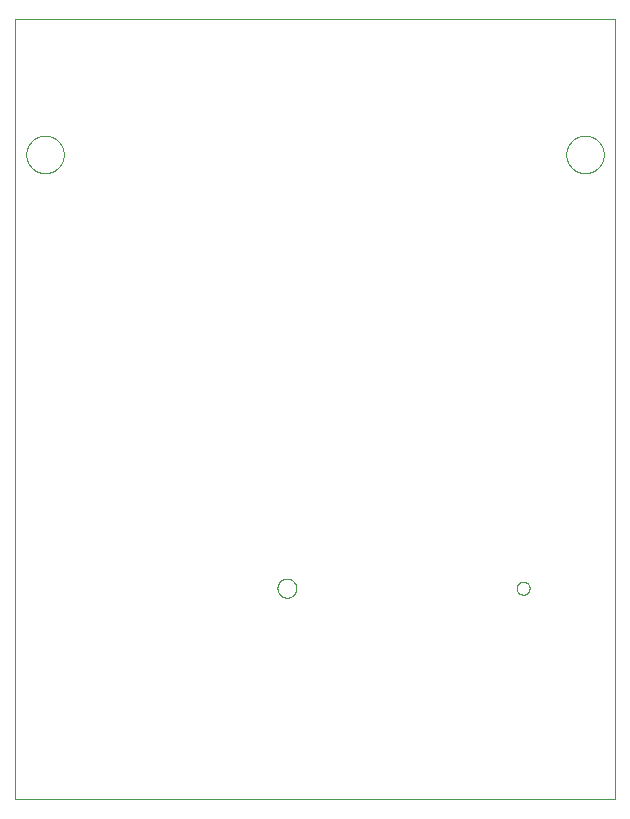
<source format=gbr>
G04 EAGLE Gerber RS-274X export*
G75*
%MOMM*%
%FSLAX34Y34*%
%LPD*%
%IN*%
%IPPOS*%
%AMOC8*
5,1,8,0,0,1.08239X$1,22.5*%
G01*
%ADD10C,0.000000*%


D10*
X25400Y660400D02*
X533400Y660400D01*
X533400Y436880D01*
X533370Y-50D01*
X25400Y0D01*
X25400Y660400D01*
X34925Y546100D02*
X34930Y546490D01*
X34944Y546879D01*
X34968Y547268D01*
X35001Y547656D01*
X35044Y548043D01*
X35097Y548429D01*
X35159Y548814D01*
X35230Y549197D01*
X35311Y549578D01*
X35401Y549957D01*
X35500Y550334D01*
X35609Y550708D01*
X35726Y551080D01*
X35853Y551448D01*
X35989Y551813D01*
X36133Y552175D01*
X36287Y552533D01*
X36449Y552887D01*
X36620Y553238D01*
X36799Y553583D01*
X36987Y553925D01*
X37184Y554261D01*
X37388Y554593D01*
X37600Y554920D01*
X37821Y555241D01*
X38049Y555557D01*
X38285Y555867D01*
X38528Y556171D01*
X38779Y556469D01*
X39037Y556761D01*
X39303Y557046D01*
X39575Y557325D01*
X39854Y557597D01*
X40139Y557863D01*
X40431Y558121D01*
X40729Y558372D01*
X41033Y558615D01*
X41343Y558851D01*
X41659Y559079D01*
X41980Y559300D01*
X42307Y559512D01*
X42639Y559716D01*
X42975Y559913D01*
X43317Y560101D01*
X43662Y560280D01*
X44013Y560451D01*
X44367Y560613D01*
X44725Y560767D01*
X45087Y560911D01*
X45452Y561047D01*
X45820Y561174D01*
X46192Y561291D01*
X46566Y561400D01*
X46943Y561499D01*
X47322Y561589D01*
X47703Y561670D01*
X48086Y561741D01*
X48471Y561803D01*
X48857Y561856D01*
X49244Y561899D01*
X49632Y561932D01*
X50021Y561956D01*
X50410Y561970D01*
X50800Y561975D01*
X51190Y561970D01*
X51579Y561956D01*
X51968Y561932D01*
X52356Y561899D01*
X52743Y561856D01*
X53129Y561803D01*
X53514Y561741D01*
X53897Y561670D01*
X54278Y561589D01*
X54657Y561499D01*
X55034Y561400D01*
X55408Y561291D01*
X55780Y561174D01*
X56148Y561047D01*
X56513Y560911D01*
X56875Y560767D01*
X57233Y560613D01*
X57587Y560451D01*
X57938Y560280D01*
X58283Y560101D01*
X58625Y559913D01*
X58961Y559716D01*
X59293Y559512D01*
X59620Y559300D01*
X59941Y559079D01*
X60257Y558851D01*
X60567Y558615D01*
X60871Y558372D01*
X61169Y558121D01*
X61461Y557863D01*
X61746Y557597D01*
X62025Y557325D01*
X62297Y557046D01*
X62563Y556761D01*
X62821Y556469D01*
X63072Y556171D01*
X63315Y555867D01*
X63551Y555557D01*
X63779Y555241D01*
X64000Y554920D01*
X64212Y554593D01*
X64416Y554261D01*
X64613Y553925D01*
X64801Y553583D01*
X64980Y553238D01*
X65151Y552887D01*
X65313Y552533D01*
X65467Y552175D01*
X65611Y551813D01*
X65747Y551448D01*
X65874Y551080D01*
X65991Y550708D01*
X66100Y550334D01*
X66199Y549957D01*
X66289Y549578D01*
X66370Y549197D01*
X66441Y548814D01*
X66503Y548429D01*
X66556Y548043D01*
X66599Y547656D01*
X66632Y547268D01*
X66656Y546879D01*
X66670Y546490D01*
X66675Y546100D01*
X66670Y545710D01*
X66656Y545321D01*
X66632Y544932D01*
X66599Y544544D01*
X66556Y544157D01*
X66503Y543771D01*
X66441Y543386D01*
X66370Y543003D01*
X66289Y542622D01*
X66199Y542243D01*
X66100Y541866D01*
X65991Y541492D01*
X65874Y541120D01*
X65747Y540752D01*
X65611Y540387D01*
X65467Y540025D01*
X65313Y539667D01*
X65151Y539313D01*
X64980Y538962D01*
X64801Y538617D01*
X64613Y538275D01*
X64416Y537939D01*
X64212Y537607D01*
X64000Y537280D01*
X63779Y536959D01*
X63551Y536643D01*
X63315Y536333D01*
X63072Y536029D01*
X62821Y535731D01*
X62563Y535439D01*
X62297Y535154D01*
X62025Y534875D01*
X61746Y534603D01*
X61461Y534337D01*
X61169Y534079D01*
X60871Y533828D01*
X60567Y533585D01*
X60257Y533349D01*
X59941Y533121D01*
X59620Y532900D01*
X59293Y532688D01*
X58961Y532484D01*
X58625Y532287D01*
X58283Y532099D01*
X57938Y531920D01*
X57587Y531749D01*
X57233Y531587D01*
X56875Y531433D01*
X56513Y531289D01*
X56148Y531153D01*
X55780Y531026D01*
X55408Y530909D01*
X55034Y530800D01*
X54657Y530701D01*
X54278Y530611D01*
X53897Y530530D01*
X53514Y530459D01*
X53129Y530397D01*
X52743Y530344D01*
X52356Y530301D01*
X51968Y530268D01*
X51579Y530244D01*
X51190Y530230D01*
X50800Y530225D01*
X50410Y530230D01*
X50021Y530244D01*
X49632Y530268D01*
X49244Y530301D01*
X48857Y530344D01*
X48471Y530397D01*
X48086Y530459D01*
X47703Y530530D01*
X47322Y530611D01*
X46943Y530701D01*
X46566Y530800D01*
X46192Y530909D01*
X45820Y531026D01*
X45452Y531153D01*
X45087Y531289D01*
X44725Y531433D01*
X44367Y531587D01*
X44013Y531749D01*
X43662Y531920D01*
X43317Y532099D01*
X42975Y532287D01*
X42639Y532484D01*
X42307Y532688D01*
X41980Y532900D01*
X41659Y533121D01*
X41343Y533349D01*
X41033Y533585D01*
X40729Y533828D01*
X40431Y534079D01*
X40139Y534337D01*
X39854Y534603D01*
X39575Y534875D01*
X39303Y535154D01*
X39037Y535439D01*
X38779Y535731D01*
X38528Y536029D01*
X38285Y536333D01*
X38049Y536643D01*
X37821Y536959D01*
X37600Y537280D01*
X37388Y537607D01*
X37184Y537939D01*
X36987Y538275D01*
X36799Y538617D01*
X36620Y538962D01*
X36449Y539313D01*
X36287Y539667D01*
X36133Y540025D01*
X35989Y540387D01*
X35853Y540752D01*
X35726Y541120D01*
X35609Y541492D01*
X35500Y541866D01*
X35401Y542243D01*
X35311Y542622D01*
X35230Y543003D01*
X35159Y543386D01*
X35097Y543771D01*
X35044Y544157D01*
X35001Y544544D01*
X34968Y544932D01*
X34944Y545321D01*
X34930Y545710D01*
X34925Y546100D01*
X492125Y546100D02*
X492130Y546490D01*
X492144Y546879D01*
X492168Y547268D01*
X492201Y547656D01*
X492244Y548043D01*
X492297Y548429D01*
X492359Y548814D01*
X492430Y549197D01*
X492511Y549578D01*
X492601Y549957D01*
X492700Y550334D01*
X492809Y550708D01*
X492926Y551080D01*
X493053Y551448D01*
X493189Y551813D01*
X493333Y552175D01*
X493487Y552533D01*
X493649Y552887D01*
X493820Y553238D01*
X493999Y553583D01*
X494187Y553925D01*
X494384Y554261D01*
X494588Y554593D01*
X494800Y554920D01*
X495021Y555241D01*
X495249Y555557D01*
X495485Y555867D01*
X495728Y556171D01*
X495979Y556469D01*
X496237Y556761D01*
X496503Y557046D01*
X496775Y557325D01*
X497054Y557597D01*
X497339Y557863D01*
X497631Y558121D01*
X497929Y558372D01*
X498233Y558615D01*
X498543Y558851D01*
X498859Y559079D01*
X499180Y559300D01*
X499507Y559512D01*
X499839Y559716D01*
X500175Y559913D01*
X500517Y560101D01*
X500862Y560280D01*
X501213Y560451D01*
X501567Y560613D01*
X501925Y560767D01*
X502287Y560911D01*
X502652Y561047D01*
X503020Y561174D01*
X503392Y561291D01*
X503766Y561400D01*
X504143Y561499D01*
X504522Y561589D01*
X504903Y561670D01*
X505286Y561741D01*
X505671Y561803D01*
X506057Y561856D01*
X506444Y561899D01*
X506832Y561932D01*
X507221Y561956D01*
X507610Y561970D01*
X508000Y561975D01*
X508390Y561970D01*
X508779Y561956D01*
X509168Y561932D01*
X509556Y561899D01*
X509943Y561856D01*
X510329Y561803D01*
X510714Y561741D01*
X511097Y561670D01*
X511478Y561589D01*
X511857Y561499D01*
X512234Y561400D01*
X512608Y561291D01*
X512980Y561174D01*
X513348Y561047D01*
X513713Y560911D01*
X514075Y560767D01*
X514433Y560613D01*
X514787Y560451D01*
X515138Y560280D01*
X515483Y560101D01*
X515825Y559913D01*
X516161Y559716D01*
X516493Y559512D01*
X516820Y559300D01*
X517141Y559079D01*
X517457Y558851D01*
X517767Y558615D01*
X518071Y558372D01*
X518369Y558121D01*
X518661Y557863D01*
X518946Y557597D01*
X519225Y557325D01*
X519497Y557046D01*
X519763Y556761D01*
X520021Y556469D01*
X520272Y556171D01*
X520515Y555867D01*
X520751Y555557D01*
X520979Y555241D01*
X521200Y554920D01*
X521412Y554593D01*
X521616Y554261D01*
X521813Y553925D01*
X522001Y553583D01*
X522180Y553238D01*
X522351Y552887D01*
X522513Y552533D01*
X522667Y552175D01*
X522811Y551813D01*
X522947Y551448D01*
X523074Y551080D01*
X523191Y550708D01*
X523300Y550334D01*
X523399Y549957D01*
X523489Y549578D01*
X523570Y549197D01*
X523641Y548814D01*
X523703Y548429D01*
X523756Y548043D01*
X523799Y547656D01*
X523832Y547268D01*
X523856Y546879D01*
X523870Y546490D01*
X523875Y546100D01*
X523870Y545710D01*
X523856Y545321D01*
X523832Y544932D01*
X523799Y544544D01*
X523756Y544157D01*
X523703Y543771D01*
X523641Y543386D01*
X523570Y543003D01*
X523489Y542622D01*
X523399Y542243D01*
X523300Y541866D01*
X523191Y541492D01*
X523074Y541120D01*
X522947Y540752D01*
X522811Y540387D01*
X522667Y540025D01*
X522513Y539667D01*
X522351Y539313D01*
X522180Y538962D01*
X522001Y538617D01*
X521813Y538275D01*
X521616Y537939D01*
X521412Y537607D01*
X521200Y537280D01*
X520979Y536959D01*
X520751Y536643D01*
X520515Y536333D01*
X520272Y536029D01*
X520021Y535731D01*
X519763Y535439D01*
X519497Y535154D01*
X519225Y534875D01*
X518946Y534603D01*
X518661Y534337D01*
X518369Y534079D01*
X518071Y533828D01*
X517767Y533585D01*
X517457Y533349D01*
X517141Y533121D01*
X516820Y532900D01*
X516493Y532688D01*
X516161Y532484D01*
X515825Y532287D01*
X515483Y532099D01*
X515138Y531920D01*
X514787Y531749D01*
X514433Y531587D01*
X514075Y531433D01*
X513713Y531289D01*
X513348Y531153D01*
X512980Y531026D01*
X512608Y530909D01*
X512234Y530800D01*
X511857Y530701D01*
X511478Y530611D01*
X511097Y530530D01*
X510714Y530459D01*
X510329Y530397D01*
X509943Y530344D01*
X509556Y530301D01*
X509168Y530268D01*
X508779Y530244D01*
X508390Y530230D01*
X508000Y530225D01*
X507610Y530230D01*
X507221Y530244D01*
X506832Y530268D01*
X506444Y530301D01*
X506057Y530344D01*
X505671Y530397D01*
X505286Y530459D01*
X504903Y530530D01*
X504522Y530611D01*
X504143Y530701D01*
X503766Y530800D01*
X503392Y530909D01*
X503020Y531026D01*
X502652Y531153D01*
X502287Y531289D01*
X501925Y531433D01*
X501567Y531587D01*
X501213Y531749D01*
X500862Y531920D01*
X500517Y532099D01*
X500175Y532287D01*
X499839Y532484D01*
X499507Y532688D01*
X499180Y532900D01*
X498859Y533121D01*
X498543Y533349D01*
X498233Y533585D01*
X497929Y533828D01*
X497631Y534079D01*
X497339Y534337D01*
X497054Y534603D01*
X496775Y534875D01*
X496503Y535154D01*
X496237Y535439D01*
X495979Y535731D01*
X495728Y536029D01*
X495485Y536333D01*
X495249Y536643D01*
X495021Y536959D01*
X494800Y537280D01*
X494588Y537607D01*
X494384Y537939D01*
X494187Y538275D01*
X493999Y538617D01*
X493820Y538962D01*
X493649Y539313D01*
X493487Y539667D01*
X493333Y540025D01*
X493189Y540387D01*
X493053Y540752D01*
X492926Y541120D01*
X492809Y541492D01*
X492700Y541866D01*
X492601Y542243D01*
X492511Y542622D01*
X492430Y543003D01*
X492359Y543386D01*
X492297Y543771D01*
X492244Y544157D01*
X492201Y544544D01*
X492168Y544932D01*
X492144Y545321D01*
X492130Y545710D01*
X492125Y546100D01*
X450100Y178850D02*
X450102Y178998D01*
X450108Y179146D01*
X450118Y179294D01*
X450132Y179442D01*
X450150Y179589D01*
X450172Y179736D01*
X450198Y179882D01*
X450227Y180027D01*
X450261Y180172D01*
X450299Y180315D01*
X450340Y180458D01*
X450385Y180599D01*
X450435Y180739D01*
X450487Y180877D01*
X450544Y181015D01*
X450604Y181150D01*
X450668Y181284D01*
X450735Y181416D01*
X450806Y181546D01*
X450881Y181675D01*
X450959Y181801D01*
X451040Y181925D01*
X451124Y182047D01*
X451212Y182166D01*
X451303Y182283D01*
X451397Y182398D01*
X451495Y182510D01*
X451595Y182619D01*
X451698Y182726D01*
X451804Y182830D01*
X451912Y182931D01*
X452024Y183029D01*
X452138Y183124D01*
X452254Y183215D01*
X452373Y183304D01*
X452494Y183389D01*
X452618Y183471D01*
X452744Y183550D01*
X452871Y183625D01*
X453001Y183697D01*
X453133Y183766D01*
X453266Y183830D01*
X453401Y183891D01*
X453538Y183949D01*
X453676Y184003D01*
X453816Y184053D01*
X453957Y184099D01*
X454099Y184141D01*
X454242Y184180D01*
X454386Y184214D01*
X454532Y184245D01*
X454677Y184272D01*
X454824Y184295D01*
X454971Y184314D01*
X455119Y184329D01*
X455266Y184340D01*
X455415Y184347D01*
X455563Y184350D01*
X455711Y184349D01*
X455859Y184344D01*
X456007Y184335D01*
X456155Y184322D01*
X456303Y184305D01*
X456449Y184284D01*
X456596Y184259D01*
X456741Y184230D01*
X456886Y184198D01*
X457029Y184161D01*
X457172Y184121D01*
X457314Y184076D01*
X457454Y184028D01*
X457593Y183976D01*
X457730Y183921D01*
X457866Y183861D01*
X458001Y183798D01*
X458133Y183732D01*
X458264Y183662D01*
X458393Y183588D01*
X458519Y183511D01*
X458644Y183431D01*
X458766Y183347D01*
X458887Y183260D01*
X459004Y183170D01*
X459120Y183076D01*
X459232Y182980D01*
X459342Y182881D01*
X459450Y182778D01*
X459554Y182673D01*
X459656Y182565D01*
X459754Y182454D01*
X459850Y182341D01*
X459943Y182225D01*
X460032Y182107D01*
X460118Y181986D01*
X460201Y181863D01*
X460281Y181738D01*
X460357Y181611D01*
X460430Y181481D01*
X460499Y181350D01*
X460564Y181217D01*
X460627Y181083D01*
X460685Y180946D01*
X460740Y180808D01*
X460790Y180669D01*
X460838Y180528D01*
X460881Y180387D01*
X460921Y180244D01*
X460956Y180100D01*
X460988Y179955D01*
X461016Y179809D01*
X461040Y179663D01*
X461060Y179516D01*
X461076Y179368D01*
X461088Y179221D01*
X461096Y179072D01*
X461100Y178924D01*
X461100Y178776D01*
X461096Y178628D01*
X461088Y178479D01*
X461076Y178332D01*
X461060Y178184D01*
X461040Y178037D01*
X461016Y177891D01*
X460988Y177745D01*
X460956Y177600D01*
X460921Y177456D01*
X460881Y177313D01*
X460838Y177172D01*
X460790Y177031D01*
X460740Y176892D01*
X460685Y176754D01*
X460627Y176617D01*
X460564Y176483D01*
X460499Y176350D01*
X460430Y176219D01*
X460357Y176089D01*
X460281Y175962D01*
X460201Y175837D01*
X460118Y175714D01*
X460032Y175593D01*
X459943Y175475D01*
X459850Y175359D01*
X459754Y175246D01*
X459656Y175135D01*
X459554Y175027D01*
X459450Y174922D01*
X459342Y174819D01*
X459232Y174720D01*
X459120Y174624D01*
X459004Y174530D01*
X458887Y174440D01*
X458766Y174353D01*
X458644Y174269D01*
X458519Y174189D01*
X458393Y174112D01*
X458264Y174038D01*
X458133Y173968D01*
X458001Y173902D01*
X457866Y173839D01*
X457730Y173779D01*
X457593Y173724D01*
X457454Y173672D01*
X457314Y173624D01*
X457172Y173579D01*
X457029Y173539D01*
X456886Y173502D01*
X456741Y173470D01*
X456596Y173441D01*
X456449Y173416D01*
X456303Y173395D01*
X456155Y173378D01*
X456007Y173365D01*
X455859Y173356D01*
X455711Y173351D01*
X455563Y173350D01*
X455415Y173353D01*
X455266Y173360D01*
X455119Y173371D01*
X454971Y173386D01*
X454824Y173405D01*
X454677Y173428D01*
X454532Y173455D01*
X454386Y173486D01*
X454242Y173520D01*
X454099Y173559D01*
X453957Y173601D01*
X453816Y173647D01*
X453676Y173697D01*
X453538Y173751D01*
X453401Y173809D01*
X453266Y173870D01*
X453133Y173934D01*
X453001Y174003D01*
X452871Y174075D01*
X452744Y174150D01*
X452618Y174229D01*
X452494Y174311D01*
X452373Y174396D01*
X452254Y174485D01*
X452138Y174576D01*
X452024Y174671D01*
X451912Y174769D01*
X451804Y174870D01*
X451698Y174974D01*
X451595Y175081D01*
X451495Y175190D01*
X451397Y175302D01*
X451303Y175417D01*
X451212Y175534D01*
X451124Y175653D01*
X451040Y175775D01*
X450959Y175899D01*
X450881Y176025D01*
X450806Y176154D01*
X450735Y176284D01*
X450668Y176416D01*
X450604Y176550D01*
X450544Y176685D01*
X450487Y176823D01*
X450435Y176961D01*
X450385Y177101D01*
X450340Y177242D01*
X450299Y177385D01*
X450261Y177528D01*
X450227Y177673D01*
X450198Y177818D01*
X450172Y177964D01*
X450150Y178111D01*
X450132Y178258D01*
X450118Y178406D01*
X450108Y178554D01*
X450102Y178702D01*
X450100Y178850D01*
X247600Y178850D02*
X247602Y179046D01*
X247610Y179243D01*
X247622Y179439D01*
X247639Y179634D01*
X247660Y179829D01*
X247687Y180024D01*
X247718Y180218D01*
X247754Y180411D01*
X247794Y180603D01*
X247840Y180794D01*
X247890Y180984D01*
X247944Y181172D01*
X248004Y181359D01*
X248068Y181545D01*
X248136Y181729D01*
X248209Y181911D01*
X248286Y182092D01*
X248368Y182270D01*
X248454Y182447D01*
X248545Y182621D01*
X248639Y182793D01*
X248738Y182963D01*
X248841Y183130D01*
X248948Y183295D01*
X249059Y183456D01*
X249174Y183616D01*
X249293Y183772D01*
X249416Y183925D01*
X249542Y184075D01*
X249672Y184222D01*
X249806Y184366D01*
X249943Y184507D01*
X250084Y184644D01*
X250228Y184778D01*
X250375Y184908D01*
X250525Y185034D01*
X250678Y185157D01*
X250834Y185276D01*
X250994Y185391D01*
X251155Y185502D01*
X251320Y185609D01*
X251487Y185712D01*
X251657Y185811D01*
X251829Y185905D01*
X252003Y185996D01*
X252180Y186082D01*
X252358Y186164D01*
X252539Y186241D01*
X252721Y186314D01*
X252905Y186382D01*
X253091Y186446D01*
X253278Y186506D01*
X253466Y186560D01*
X253656Y186610D01*
X253847Y186656D01*
X254039Y186696D01*
X254232Y186732D01*
X254426Y186763D01*
X254621Y186790D01*
X254816Y186811D01*
X255011Y186828D01*
X255207Y186840D01*
X255404Y186848D01*
X255600Y186850D01*
X255796Y186848D01*
X255993Y186840D01*
X256189Y186828D01*
X256384Y186811D01*
X256579Y186790D01*
X256774Y186763D01*
X256968Y186732D01*
X257161Y186696D01*
X257353Y186656D01*
X257544Y186610D01*
X257734Y186560D01*
X257922Y186506D01*
X258109Y186446D01*
X258295Y186382D01*
X258479Y186314D01*
X258661Y186241D01*
X258842Y186164D01*
X259020Y186082D01*
X259197Y185996D01*
X259371Y185905D01*
X259543Y185811D01*
X259713Y185712D01*
X259880Y185609D01*
X260045Y185502D01*
X260206Y185391D01*
X260366Y185276D01*
X260522Y185157D01*
X260675Y185034D01*
X260825Y184908D01*
X260972Y184778D01*
X261116Y184644D01*
X261257Y184507D01*
X261394Y184366D01*
X261528Y184222D01*
X261658Y184075D01*
X261784Y183925D01*
X261907Y183772D01*
X262026Y183616D01*
X262141Y183456D01*
X262252Y183295D01*
X262359Y183130D01*
X262462Y182963D01*
X262561Y182793D01*
X262655Y182621D01*
X262746Y182447D01*
X262832Y182270D01*
X262914Y182092D01*
X262991Y181911D01*
X263064Y181729D01*
X263132Y181545D01*
X263196Y181359D01*
X263256Y181172D01*
X263310Y180984D01*
X263360Y180794D01*
X263406Y180603D01*
X263446Y180411D01*
X263482Y180218D01*
X263513Y180024D01*
X263540Y179829D01*
X263561Y179634D01*
X263578Y179439D01*
X263590Y179243D01*
X263598Y179046D01*
X263600Y178850D01*
X263598Y178654D01*
X263590Y178457D01*
X263578Y178261D01*
X263561Y178066D01*
X263540Y177871D01*
X263513Y177676D01*
X263482Y177482D01*
X263446Y177289D01*
X263406Y177097D01*
X263360Y176906D01*
X263310Y176716D01*
X263256Y176528D01*
X263196Y176341D01*
X263132Y176155D01*
X263064Y175971D01*
X262991Y175789D01*
X262914Y175608D01*
X262832Y175430D01*
X262746Y175253D01*
X262655Y175079D01*
X262561Y174907D01*
X262462Y174737D01*
X262359Y174570D01*
X262252Y174405D01*
X262141Y174244D01*
X262026Y174084D01*
X261907Y173928D01*
X261784Y173775D01*
X261658Y173625D01*
X261528Y173478D01*
X261394Y173334D01*
X261257Y173193D01*
X261116Y173056D01*
X260972Y172922D01*
X260825Y172792D01*
X260675Y172666D01*
X260522Y172543D01*
X260366Y172424D01*
X260206Y172309D01*
X260045Y172198D01*
X259880Y172091D01*
X259713Y171988D01*
X259543Y171889D01*
X259371Y171795D01*
X259197Y171704D01*
X259020Y171618D01*
X258842Y171536D01*
X258661Y171459D01*
X258479Y171386D01*
X258295Y171318D01*
X258109Y171254D01*
X257922Y171194D01*
X257734Y171140D01*
X257544Y171090D01*
X257353Y171044D01*
X257161Y171004D01*
X256968Y170968D01*
X256774Y170937D01*
X256579Y170910D01*
X256384Y170889D01*
X256189Y170872D01*
X255993Y170860D01*
X255796Y170852D01*
X255600Y170850D01*
X255404Y170852D01*
X255207Y170860D01*
X255011Y170872D01*
X254816Y170889D01*
X254621Y170910D01*
X254426Y170937D01*
X254232Y170968D01*
X254039Y171004D01*
X253847Y171044D01*
X253656Y171090D01*
X253466Y171140D01*
X253278Y171194D01*
X253091Y171254D01*
X252905Y171318D01*
X252721Y171386D01*
X252539Y171459D01*
X252358Y171536D01*
X252180Y171618D01*
X252003Y171704D01*
X251829Y171795D01*
X251657Y171889D01*
X251487Y171988D01*
X251320Y172091D01*
X251155Y172198D01*
X250994Y172309D01*
X250834Y172424D01*
X250678Y172543D01*
X250525Y172666D01*
X250375Y172792D01*
X250228Y172922D01*
X250084Y173056D01*
X249943Y173193D01*
X249806Y173334D01*
X249672Y173478D01*
X249542Y173625D01*
X249416Y173775D01*
X249293Y173928D01*
X249174Y174084D01*
X249059Y174244D01*
X248948Y174405D01*
X248841Y174570D01*
X248738Y174737D01*
X248639Y174907D01*
X248545Y175079D01*
X248454Y175253D01*
X248368Y175430D01*
X248286Y175608D01*
X248209Y175789D01*
X248136Y175971D01*
X248068Y176155D01*
X248004Y176341D01*
X247944Y176528D01*
X247890Y176716D01*
X247840Y176906D01*
X247794Y177097D01*
X247754Y177289D01*
X247718Y177482D01*
X247687Y177676D01*
X247660Y177871D01*
X247639Y178066D01*
X247622Y178261D01*
X247610Y178457D01*
X247602Y178654D01*
X247600Y178850D01*
M02*

</source>
